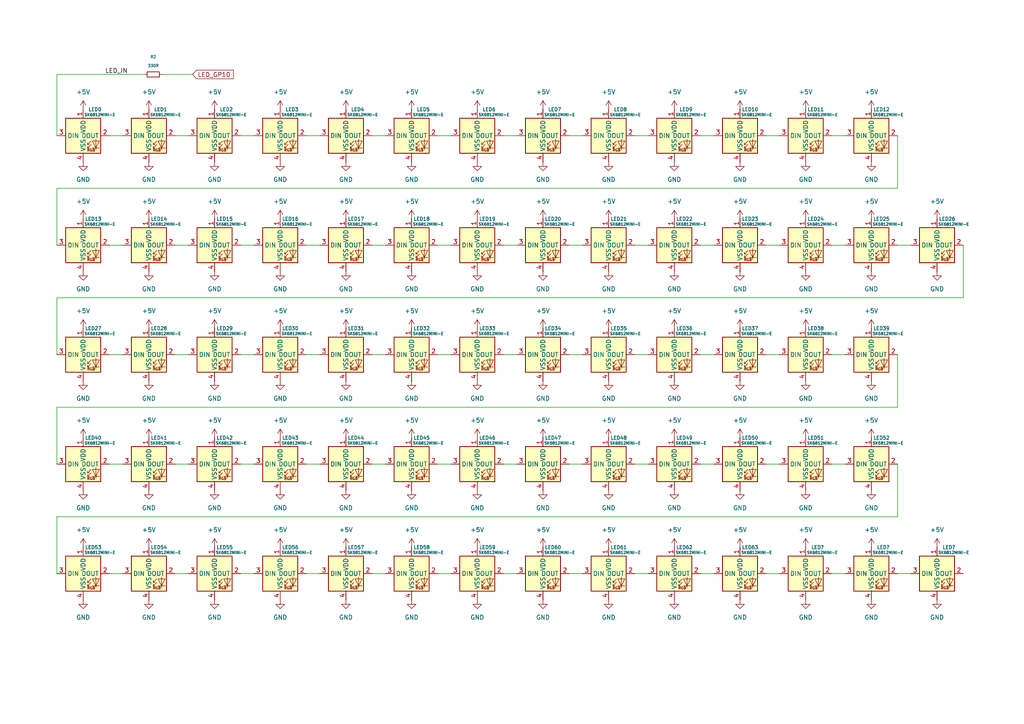
<source format=kicad_sch>
(kicad_sch (version 20250114) (generator "eeschema") (generator_version "9.0")
  (paper "A4")
  (wire (pts (xy 222.25 71.12) (xy 226.06 71.12)))
  (wire (pts (xy 127 102.87) (xy 130.81 102.87)))
  (wire (pts (xy 184.15 102.87) (xy 187.96 102.87)))
  (wire (pts (xy 203.2 71.12) (xy 207.01 71.12)))
  (wire (pts (xy 146.05 102.87) (xy 149.86 102.87)))
  (wire (pts (xy 31.75 71.12) (xy 35.56 71.12)))
  (wire (pts (xy 31.75 102.87) (xy 35.56 102.87)))
  (wire (pts (xy 50.8 39.37) (xy 54.61 39.37)))
  (wire (pts (xy 260.35 71.12) (xy 264.16 71.12)))
  (wire (pts (xy 279.4 86.36) (xy 16.51 86.36)))
  (wire (pts (xy 127 71.12) (xy 130.81 71.12)))
  (wire (pts (xy 107.95 166.37) (xy 111.76 166.37)))
  (wire (pts (xy 50.8 71.12) (xy 54.61 71.12)))
  (wire (pts (xy 31.75 134.62) (xy 35.56 134.62)))
  (wire (pts (xy 222.25 166.37) (xy 226.06 166.37)))
  (wire (pts (xy 146.05 134.62) (xy 149.86 134.62)))
  (wire (pts (xy 184.15 71.12) (xy 187.96 71.12)))
  (wire (pts (xy 16.51 118.11) (xy 16.51 134.62)))
  (wire (pts (xy 184.15 134.62) (xy 187.96 134.62)))
  (wire (pts (xy 222.25 39.37) (xy 226.06 39.37)))
  (wire (pts (xy 222.25 102.87) (xy 226.06 102.87)))
  (wire (pts (xy 184.15 39.37) (xy 187.96 39.37)))
  (wire (pts (xy 260.35 102.87) (xy 260.35 118.11)))
  (wire (pts (xy 203.2 166.37) (xy 207.01 166.37)))
  (wire (pts (xy 88.9 102.87) (xy 92.71 102.87)))
  (wire (pts (xy 165.1 39.37) (xy 168.91 39.37)))
  (wire (pts (xy 88.9 166.37) (xy 92.71 166.37)))
  (wire (pts (xy 184.15 166.37) (xy 187.96 166.37)))
  (wire (pts (xy 279.4 71.12) (xy 279.4 86.36)))
  (wire (pts (xy 16.51 149.86) (xy 260.35 149.86)))
  (wire (pts (xy 69.85 39.37) (xy 73.66 39.37)))
  (wire (pts (xy 16.51 21.59) (xy 41.91 21.59)))
  (wire (pts (xy 16.51 54.61) (xy 16.51 71.12)))
  (wire (pts (xy 50.8 166.37) (xy 54.61 166.37)))
  (wire (pts (xy 260.35 118.11) (xy 16.51 118.11)))
  (wire (pts (xy 260.35 39.37) (xy 260.35 54.61)))
  (wire (pts (xy 127 134.62) (xy 130.81 134.62)))
  (wire (pts (xy 146.05 71.12) (xy 149.86 71.12)))
  (wire (pts (xy 241.3 71.12) (xy 245.11 71.12)))
  (wire (pts (xy 146.05 39.37) (xy 149.86 39.37)))
  (wire (pts (xy 16.51 166.37) (xy 16.51 149.86)))
  (wire (pts (xy 107.95 71.12) (xy 111.76 71.12)))
  (wire (pts (xy 31.75 166.37) (xy 35.56 166.37)))
  (wire (pts (xy 260.35 149.86) (xy 260.35 134.62)))
  (wire (pts (xy 88.9 39.37) (xy 92.71 39.37)))
  (wire (pts (xy 127 166.37) (xy 130.81 166.37)))
  (wire (pts (xy 88.9 71.12) (xy 92.71 71.12)))
  (wire (pts (xy 50.8 134.62) (xy 54.61 134.62)))
  (wire (pts (xy 241.3 134.62) (xy 245.11 134.62)))
  (wire (pts (xy 69.85 102.87) (xy 73.66 102.87)))
  (wire (pts (xy 127 39.37) (xy 130.81 39.37)))
  (wire (pts (xy 88.9 134.62) (xy 92.71 134.62)))
  (wire (pts (xy 260.35 166.37) (xy 264.16 166.37)))
  (wire (pts (xy 107.95 39.37) (xy 111.76 39.37)))
  (wire (pts (xy 165.1 134.62) (xy 168.91 134.62)))
  (wire (pts (xy 146.05 166.37) (xy 149.86 166.37)))
  (wire (pts (xy 107.95 134.62) (xy 111.76 134.62)))
  (wire (pts (xy 222.25 134.62) (xy 226.06 134.62)))
  (wire (pts (xy 260.35 54.61) (xy 16.51 54.61)))
  (wire (pts (xy 69.85 166.37) (xy 73.66 166.37)))
  (wire (pts (xy 165.1 71.12) (xy 168.91 71.12)))
  (wire (pts (xy 203.2 39.37) (xy 207.01 39.37)))
  (wire (pts (xy 203.2 102.87) (xy 207.01 102.87)))
  (wire (pts (xy 165.1 166.37) (xy 168.91 166.37)))
  (wire (pts (xy 46.99 21.59) (xy 55.88 21.59)))
  (wire (pts (xy 16.51 86.36) (xy 16.51 102.87)))
  (wire (pts (xy 107.95 102.87) (xy 111.76 102.87)))
  (wire (pts (xy 69.85 134.62) (xy 73.66 134.62)))
  (wire (pts (xy 16.51 39.37) (xy 16.51 21.59)))
  (wire (pts (xy 69.85 71.12) (xy 73.66 71.12)))
  (wire (pts (xy 241.3 166.37) (xy 245.11 166.37)))
  (wire (pts (xy 241.3 102.87) (xy 245.11 102.87)))
  (wire (pts (xy 50.8 102.87) (xy 54.61 102.87)))
  (wire (pts (xy 165.1 102.87) (xy 168.91 102.87)))
  (wire (pts (xy 31.75 39.37) (xy 35.56 39.37)))
  (wire (pts (xy 241.3 39.37) (xy 245.11 39.37)))
  (wire (pts (xy 203.2 134.62) (xy 207.01 134.62)))
  (label "LED_IN" (at 30.48 21.59 0))
  (global_label "LED_GP10" (shape input) (at 55.88 21.59 0) (property "Intersheetrefs" "${INTERSHEET_REFS}" (effects (hide yes))))
  (symbol (lib_id "PCM_marbastlib-various:SK6812MINI-E") (at 62.23 134.62 0) (unit 1)
    (property "Reference" "LED42" (at 67.564 127 0) (effects (font (size 1 1)) (justify right)))
    (property "Value" "SK6812MINI-E" (at 67.056 128.524 0) (effects (font (size 0.8 0.8))))
    (property "Footprint" "PCM_marbastlib-various:LED_6028R" (effects (hide yes)))
    (property "Description" "Reverse mount adressable LED (WS2812 protocol)" (effects (hide yes)))
    (property "LCSC" "C5149201 " (effects (hide yes)))
  )
  (symbol (lib_id "PCM_marbastlib-various:SK6812MINI-E") (at 43.18 39.37 0) (unit 1)
    (property "Reference" "LED1" (at 48.514 31.75 0) (effects (font (size 1 1)) (justify right)))
    (property "Value" "SK6812MINI-E" (at 48.006 33.274 0) (effects (font (size 0.8 0.8))))
    (property "Footprint" "PCM_marbastlib-various:LED_6028R" (effects (hide yes)))
    (property "Description" "Reverse mount adressable LED (WS2812 protocol)" (effects (hide yes)))
    (property "LCSC" "C5149201 " (effects (hide yes)))
  )
  (symbol (lib_id "power:GND") (at 81.28 110.49 0) (unit 1)
    (property "Reference" "#PWR0118" (effects (hide yes)))
    (property "Value" "GND" (at 81.28 115.57 0))
    (property "Description" "Power symbol creates a global label with name \"GND\" , ground" (effects (hide yes)))
  )
  (symbol (lib_id "PCM_marbastlib-various:SK6812MINI-E") (at 100.33 102.87 0) (unit 1)
    (property "Reference" "LED31" (at 105.664 95.25 0) (effects (font (size 1 1)) (justify right)))
    (property "Value" "SK6812MINI-E" (at 105.156 96.774 0) (effects (font (size 0.8 0.8))))
    (property "Footprint" "PCM_marbastlib-various:LED_6028R" (effects (hide yes)))
    (property "Description" "Reverse mount adressable LED (WS2812 protocol)" (effects (hide yes)))
    (property "LCSC" "C5149201 " (effects (hide yes)))
  )
  (symbol (lib_id "power:+5V") (at 176.53 127 0) (unit 1)
    (property "Reference" "#PWR0136" (effects (hide yes)))
    (property "Value" "+5V" (at 176.53 121.92 0))
    (property "Description" "Power symbol creates a global label with name \"+5V\"" (effects (hide yes)))
  )
  (symbol (lib_id "power:+5V") (at 43.18 31.75 0) (unit 1)
    (property "Reference" "#PWR049" (effects (hide yes)))
    (property "Value" "+5V" (at 43.18 26.67 0))
    (property "Description" "Power symbol creates a global label with name \"+5V\"" (effects (hide yes)))
  )
  (symbol (lib_id "power:GND") (at 176.53 46.99 0) (unit 1)
    (property "Reference" "#PWR069" (effects (hide yes)))
    (property "Value" "GND" (at 176.53 52.07 0))
    (property "Description" "Power symbol creates a global label with name \"GND\" , ground" (effects (hide yes)))
  )
  (symbol (lib_id "power:+5V") (at 233.68 95.25 0) (unit 1)
    (property "Reference" "#PWR0113" (effects (hide yes)))
    (property "Value" "+5V" (at 233.68 90.17 0))
    (property "Description" "Power symbol creates a global label with name \"+5V\"" (effects (hide yes)))
  )
  (symbol (lib_id "PCM_marbastlib-various:SK6812MINI-E") (at 138.43 39.37 0) (unit 1)
    (property "Reference" "LED6" (at 143.764 31.75 0) (effects (font (size 1 1)) (justify right)))
    (property "Value" "SK6812MINI-E" (at 143.256 33.274 0) (effects (font (size 0.8 0.8))))
    (property "Footprint" "PCM_marbastlib-various:LED_6028R" (effects (hide yes)))
    (property "Description" "Reverse mount adressable LED (WS2812 protocol)" (effects (hide yes)))
    (property "LCSC" "C5149201 " (effects (hide yes)))
  )
  (symbol (lib_id "power:GND") (at 271.78 173.99 0) (unit 1)
    (property "Reference" "#PWR0180" (effects (hide yes)))
    (property "Value" "GND" (at 271.78 179.07 0))
    (property "Description" "Power symbol creates a global label with name \"GND\" , ground" (effects (hide yes)))
  )
  (symbol (lib_id "power:+5V") (at 43.18 127 0) (unit 1)
    (property "Reference" "#PWR0129" (effects (hide yes)))
    (property "Value" "+5V" (at 43.18 121.92 0))
    (property "Description" "Power symbol creates a global label with name \"+5V\"" (effects (hide yes)))
  )
  (symbol (lib_id "power:GND") (at 233.68 110.49 0) (unit 1)
    (property "Reference" "#PWR0126" (effects (hide yes)))
    (property "Value" "GND" (at 233.68 115.57 0))
    (property "Description" "Power symbol creates a global label with name \"GND\" , ground" (effects (hide yes)))
  )
  (symbol (lib_id "power:+5V") (at 176.53 31.75 0) (unit 1)
    (property "Reference" "#PWR056" (effects (hide yes)))
    (property "Value" "+5V" (at 176.53 26.67 0))
    (property "Description" "Power symbol creates a global label with name \"+5V\"" (effects (hide yes)))
  )
  (symbol (lib_id "power:+5V") (at 24.13 95.25 0) (unit 1)
    (property "Reference" "#PWR0102" (effects (hide yes)))
    (property "Value" "+5V" (at 24.13 90.17 0))
    (property "Description" "Power symbol creates a global label with name \"+5V\"" (effects (hide yes)))
  )
  (symbol (lib_id "power:+5V") (at 81.28 127 0) (unit 1)
    (property "Reference" "#PWR0131" (effects (hide yes)))
    (property "Value" "+5V" (at 81.28 121.92 0))
    (property "Description" "Power symbol creates a global label with name \"+5V\"" (effects (hide yes)))
  )
  (symbol (lib_id "power:+5V") (at 195.58 63.5 0) (unit 1)
    (property "Reference" "#PWR083" (effects (hide yes)))
    (property "Value" "+5V" (at 195.58 58.42 0))
    (property "Description" "Power symbol creates a global label with name \"+5V\"" (effects (hide yes)))
  )
  (symbol (lib_id "power:GND") (at 62.23 110.49 0) (unit 1)
    (property "Reference" "#PWR0117" (effects (hide yes)))
    (property "Value" "GND" (at 62.23 115.57 0))
    (property "Description" "Power symbol creates a global label with name \"GND\" , ground" (effects (hide yes)))
  )
  (symbol (lib_id "power:+5V") (at 100.33 158.75 0) (unit 1)
    (property "Reference" "#PWR0158" (effects (hide yes)))
    (property "Value" "+5V" (at 100.33 153.67 0))
    (property "Description" "Power symbol creates a global label with name \"+5V\"" (effects (hide yes)))
  )
  (symbol (lib_id "power:GND") (at 157.48 78.74 0) (unit 1)
    (property "Reference" "#PWR095" (effects (hide yes)))
    (property "Value" "GND" (at 157.48 83.82 0))
    (property "Description" "Power symbol creates a global label with name \"GND\" , ground" (effects (hide yes)))
  )
  (symbol (lib_id "PCM_marbastlib-various:SK6812MINI-E") (at 81.28 166.37 0) (unit 1)
    (property "Reference" "LED56" (at 86.614 158.75 0) (effects (font (size 1 1)) (justify right)))
    (property "Value" "SK6812MINI-E" (at 86.106 160.274 0) (effects (font (size 0.8 0.8))))
    (property "Footprint" "PCM_marbastlib-various:LED_6028R" (effects (hide yes)))
    (property "Description" "Reverse mount adressable LED (WS2812 protocol)" (effects (hide yes)))
    (property "LCSC" "C5149201 " (effects (hide yes)))
  )
  (symbol (lib_id "PCM_marbastlib-various:SK6812MINI-E") (at 157.48 71.12 0) (unit 1)
    (property "Reference" "LED20" (at 162.814 63.5 0) (effects (font (size 1 1)) (justify right)))
    (property "Value" "SK6812MINI-E" (at 162.306 65.024 0) (effects (font (size 0.8 0.8))))
    (property "Footprint" "PCM_marbastlib-various:LED_6028R" (effects (hide yes)))
    (property "Description" "Reverse mount adressable LED (WS2812 protocol)" (effects (hide yes)))
    (property "LCSC" "C5149201 " (effects (hide yes)))
  )
  (symbol (lib_id "PCM_marbastlib-various:SK6812MINI-E") (at 100.33 71.12 0) (unit 1)
    (property "Reference" "LED17" (at 105.664 63.5 0) (effects (font (size 1 1)) (justify right)))
    (property "Value" "SK6812MINI-E" (at 105.156 65.024 0) (effects (font (size 0.8 0.8))))
    (property "Footprint" "PCM_marbastlib-various:LED_6028R" (effects (hide yes)))
    (property "Description" "Reverse mount adressable LED (WS2812 protocol)" (effects (hide yes)))
    (property "LCSC" "C5149201 " (effects (hide yes)))
  )
  (symbol (lib_id "PCM_marbastlib-various:SK6812MINI-E") (at 119.38 102.87 0) (unit 1)
    (property "Reference" "LED32" (at 124.714 95.25 0) (effects (font (size 1 1)) (justify right)))
    (property "Value" "SK6812MINI-E" (at 124.206 96.774 0) (effects (font (size 0.8 0.8))))
    (property "Footprint" "PCM_marbastlib-various:LED_6028R" (effects (hide yes)))
    (property "Description" "Reverse mount adressable LED (WS2812 protocol)" (effects (hide yes)))
    (property "LCSC" "C5149201 " (effects (hide yes)))
  )
  (symbol (lib_id "power:GND") (at 119.38 110.49 0) (unit 1)
    (property "Reference" "#PWR0120" (effects (hide yes)))
    (property "Value" "GND" (at 119.38 115.57 0))
    (property "Description" "Power symbol creates a global label with name \"GND\" , ground" (effects (hide yes)))
  )
  (symbol (lib_id "PCM_marbastlib-various:SK6812MINI-E") (at 157.48 166.37 0) (unit 1)
    (property "Reference" "LED60" (at 162.814 158.75 0) (effects (font (size 1 1)) (justify right)))
    (property "Value" "SK6812MINI-E" (at 162.306 160.274 0) (effects (font (size 0.8 0.8))))
    (property "Footprint" "PCM_marbastlib-various:LED_6028R" (effects (hide yes)))
    (property "Description" "Reverse mount adressable LED (WS2812 protocol)" (effects (hide yes)))
    (property "LCSC" "C5149201 " (effects (hide yes)))
  )
  (symbol (lib_id "power:+5V") (at 176.53 95.25 0) (unit 1)
    (property "Reference" "#PWR0110" (effects (hide yes)))
    (property "Value" "+5V" (at 176.53 90.17 0))
    (property "Description" "Power symbol creates a global label with name \"+5V\"" (effects (hide yes)))
  )
  (symbol (lib_id "power:GND") (at 119.38 173.99 0) (unit 1)
    (property "Reference" "#PWR0170" (effects (hide yes)))
    (property "Value" "GND" (at 119.38 179.07 0))
    (property "Description" "Power symbol creates a global label with name \"GND\" , ground" (effects (hide yes)))
  )
  (symbol (lib_id "power:GND") (at 62.23 173.99 0) (unit 1)
    (property "Reference" "#PWR0167" (effects (hide yes)))
    (property "Value" "GND" (at 62.23 179.07 0))
    (property "Description" "Power symbol creates a global label with name \"GND\" , ground" (effects (hide yes)))
  )
  (symbol (lib_id "power:+5V") (at 195.58 127 0) (unit 1)
    (property "Reference" "#PWR0137" (effects (hide yes)))
    (property "Value" "+5V" (at 195.58 121.92 0))
    (property "Description" "Power symbol creates a global label with name \"+5V\"" (effects (hide yes)))
  )
  (symbol (lib_id "power:+5V") (at 176.53 158.75 0) (unit 1)
    (property "Reference" "#PWR0162" (effects (hide yes)))
    (property "Value" "+5V" (at 176.53 153.67 0))
    (property "Description" "Power symbol creates a global label with name \"+5V\"" (effects (hide yes)))
  )
  (symbol (lib_id "PCM_marbastlib-various:SK6812MINI-E") (at 271.78 71.12 0) (unit 1)
    (property "Reference" "LED26" (at 277.114 63.5 0) (effects (font (size 1 1)) (justify right)))
    (property "Value" "SK6812MINI-E" (at 276.606 65.024 0) (effects (font (size 0.8 0.8))))
    (property "Footprint" "PCM_marbastlib-various:LED_6028R" (effects (hide yes)))
    (property "Description" "Reverse mount adressable LED (WS2812 protocol)" (effects (hide yes)))
    (property "LCSC" "C5149201 " (effects (hide yes)))
  )
  (symbol (lib_id "PCM_marbastlib-various:SK6812MINI-E") (at 214.63 39.37 0) (unit 1)
    (property "Reference" "LED10" (at 219.964 31.75 0) (effects (font (size 1 1)) (justify right)))
    (property "Value" "SK6812MINI-E" (at 219.456 33.274 0) (effects (font (size 0.8 0.8))))
    (property "Footprint" "PCM_marbastlib-various:LED_6028R" (effects (hide yes)))
    (property "Description" "Reverse mount adressable LED (WS2812 protocol)" (effects (hide yes)))
    (property "LCSC" "C5149201 " (effects (hide yes)))
  )
  (symbol (lib_id "power:+5V") (at 214.63 31.75 0) (unit 1)
    (property "Reference" "#PWR058" (effects (hide yes)))
    (property "Value" "+5V" (at 214.63 26.67 0))
    (property "Description" "Power symbol creates a global label with name \"+5V\"" (effects (hide yes)))
  )
  (symbol (lib_id "PCM_marbastlib-various:SK6812MINI-E") (at 24.13 71.12 0) (unit 1)
    (property "Reference" "LED13" (at 29.464 63.5 0) (effects (font (size 1 1)) (justify right)))
    (property "Value" "SK6812MINI-E" (at 28.956 65.024 0) (effects (font (size 0.8 0.8))))
    (property "Footprint" "PCM_marbastlib-various:LED_6028R" (effects (hide yes)))
    (property "Description" "Reverse mount adressable LED (WS2812 protocol)" (effects (hide yes)))
    (property "LCSC" "C5149201 " (effects (hide yes)))
  )
  (symbol (lib_id "power:+5V") (at 214.63 63.5 0) (unit 1)
    (property "Reference" "#PWR084" (effects (hide yes)))
    (property "Value" "+5V" (at 214.63 58.42 0))
    (property "Description" "Power symbol creates a global label with name \"+5V\"" (effects (hide yes)))
  )
  (symbol (lib_id "power:+5V") (at 62.23 63.5 0) (unit 1)
    (property "Reference" "#PWR076" (effects (hide yes)))
    (property "Value" "+5V" (at 62.23 58.42 0))
    (property "Description" "Power symbol creates a global label with name \"+5V\"" (effects (hide yes)))
  )
  (symbol (lib_id "PCM_marbastlib-various:SK6812MINI-E") (at 195.58 134.62 0) (unit 1)
    (property "Reference" "LED49" (at 200.914 127 0) (effects (font (size 1 1)) (justify right)))
    (property "Value" "SK6812MINI-E" (at 200.406 128.524 0) (effects (font (size 0.8 0.8))))
    (property "Footprint" "PCM_marbastlib-various:LED_6028R" (effects (hide yes)))
    (property "Description" "Reverse mount adressable LED (WS2812 protocol)" (effects (hide yes)))
    (property "LCSC" "C5149201 " (effects (hide yes)))
  )
  (symbol (lib_id "power:+5V") (at 138.43 63.5 0) (unit 1)
    (property "Reference" "#PWR080" (effects (hide yes)))
    (property "Value" "+5V" (at 138.43 58.42 0))
    (property "Description" "Power symbol creates a global label with name \"+5V\"" (effects (hide yes)))
  )
  (symbol (lib_id "PCM_marbastlib-various:SK6812MINI-E") (at 81.28 102.87 0) (unit 1)
    (property "Reference" "LED30" (at 86.614 95.25 0) (effects (font (size 1 1)) (justify right)))
    (property "Value" "SK6812MINI-E" (at 86.106 96.774 0) (effects (font (size 0.8 0.8))))
    (property "Footprint" "PCM_marbastlib-various:LED_6028R" (effects (hide yes)))
    (property "Description" "Reverse mount adressable LED (WS2812 protocol)" (effects (hide yes)))
    (property "LCSC" "C5149201 " (effects (hide yes)))
  )
  (symbol (lib_id "power:GND") (at 81.28 142.24 0) (unit 1)
    (property "Reference" "#PWR0144" (effects (hide yes)))
    (property "Value" "GND" (at 81.28 147.32 0))
    (property "Description" "Power symbol creates a global label with name \"GND\" , ground" (effects (hide yes)))
  )
  (symbol (lib_id "power:GND") (at 195.58 173.99 0) (unit 1)
    (property "Reference" "#PWR0174" (effects (hide yes)))
    (property "Value" "GND" (at 195.58 179.07 0))
    (property "Description" "Power symbol creates a global label with name \"GND\" , ground" (effects (hide yes)))
  )
  (symbol (lib_id "power:GND") (at 157.48 173.99 0) (unit 1)
    (property "Reference" "#PWR0172" (effects (hide yes)))
    (property "Value" "GND" (at 157.48 179.07 0))
    (property "Description" "Power symbol creates a global label with name \"GND\" , ground" (effects (hide yes)))
  )
  (symbol (lib_id "power:+5V") (at 24.13 158.75 0) (unit 1)
    (property "Reference" "#PWR0154" (effects (hide yes)))
    (property "Value" "+5V" (at 24.13 153.67 0))
    (property "Description" "Power symbol creates a global label with name \"+5V\"" (effects (hide yes)))
  )
  (symbol (lib_id "power:+5V") (at 252.73 63.5 0) (unit 1)
    (property "Reference" "#PWR086" (effects (hide yes)))
    (property "Value" "+5V" (at 252.73 58.42 0))
    (property "Description" "Power symbol creates a global label with name \"+5V\"" (effects (hide yes)))
  )
  (symbol (lib_id "PCM_marbastlib-various:SK6812MINI-E") (at 81.28 71.12 0) (unit 1)
    (property "Reference" "LED16" (at 86.614 63.5 0) (effects (font (size 1 1)) (justify right)))
    (property "Value" "SK6812MINI-E" (at 86.106 65.024 0) (effects (font (size 0.8 0.8))))
    (property "Footprint" "PCM_marbastlib-various:LED_6028R" (effects (hide yes)))
    (property "Description" "Reverse mount adressable LED (WS2812 protocol)" (effects (hide yes)))
    (property "LCSC" "C5149201 " (effects (hide yes)))
  )
  (symbol (lib_id "power:GND") (at 81.28 173.99 0) (unit 1)
    (property "Reference" "#PWR0168" (effects (hide yes)))
    (property "Value" "GND" (at 81.28 179.07 0))
    (property "Description" "Power symbol creates a global label with name \"GND\" , ground" (effects (hide yes)))
  )
  (symbol (lib_id "PCM_marbastlib-various:SK6812MINI-E") (at 176.53 134.62 0) (unit 1)
    (property "Reference" "LED48" (at 181.864 127 0) (effects (font (size 1 1)) (justify right)))
    (property "Value" "SK6812MINI-E" (at 181.356 128.524 0) (effects (font (size 0.8 0.8))))
    (property "Footprint" "PCM_marbastlib-various:LED_6028R" (effects (hide yes)))
    (property "Description" "Reverse mount adressable LED (WS2812 protocol)" (effects (hide yes)))
    (property "LCSC" "C5149201 " (effects (hide yes)))
  )
  (symbol (lib_id "power:+5V") (at 214.63 127 0) (unit 1)
    (property "Reference" "#PWR0138" (effects (hide yes)))
    (property "Value" "+5V" (at 214.63 121.92 0))
    (property "Description" "Power symbol creates a global label with name \"+5V\"" (effects (hide yes)))
  )
  (symbol (lib_id "power:GND") (at 214.63 46.99 0) (unit 1)
    (property "Reference" "#PWR071" (effects (hide yes)))
    (property "Value" "GND" (at 214.63 52.07 0))
    (property "Description" "Power symbol creates a global label with name \"GND\" , ground" (effects (hide yes)))
  )
  (symbol (lib_id "PCM_marbastlib-various:SK6812MINI-E") (at 195.58 102.87 0) (unit 1)
    (property "Reference" "LED36" (at 200.914 95.25 0) (effects (font (size 1 1)) (justify right)))
    (property "Value" "SK6812MINI-E" (at 200.406 96.774 0) (effects (font (size 0.8 0.8))))
    (property "Footprint" "PCM_marbastlib-various:LED_6028R" (effects (hide yes)))
    (property "Description" "Reverse mount adressable LED (WS2812 protocol)" (effects (hide yes)))
    (property "LCSC" "C5149201 " (effects (hide yes)))
  )
  (symbol (lib_id "power:GND") (at 100.33 46.99 0) (unit 1)
    (property "Reference" "#PWR065" (effects (hide yes)))
    (property "Value" "GND" (at 100.33 52.07 0))
    (property "Description" "Power symbol creates a global label with name \"GND\" , ground" (effects (hide yes)))
  )
  (symbol (lib_id "PCM_marbastlib-various:SK6812MINI-E") (at 176.53 39.37 0) (unit 1)
    (property "Reference" "LED8" (at 181.864 31.75 0) (effects (font (size 1 1)) (justify right)))
    (property "Value" "SK6812MINI-E" (at 181.356 33.274 0) (effects (font (size 0.8 0.8))))
    (property "Footprint" "PCM_marbastlib-various:LED_6028R" (effects (hide yes)))
    (property "Description" "Reverse mount adressable LED (WS2812 protocol)" (effects (hide yes)))
    (property "LCSC" "C5149201 " (effects (hide yes)))
  )
  (symbol (lib_id "power:GND") (at 24.13 110.49 0) (unit 1)
    (property "Reference" "#PWR0115" (effects (hide yes)))
    (property "Value" "GND" (at 24.13 115.57 0))
    (property "Description" "Power symbol creates a global label with name \"GND\" , ground" (effects (hide yes)))
  )
  (symbol (lib_id "power:GND") (at 195.58 46.99 0) (unit 1)
    (property "Reference" "#PWR070" (effects (hide yes)))
    (property "Value" "GND" (at 195.58 52.07 0))
    (property "Description" "Power symbol creates a global label with name \"GND\" , ground" (effects (hide yes)))
  )
  (symbol (lib_id "power:+5V") (at 81.28 63.5 0) (unit 1)
    (property "Reference" "#PWR077" (effects (hide yes)))
    (property "Value" "+5V" (at 81.28 58.42 0))
    (property "Description" "Power symbol creates a global label with name \"+5V\"" (effects (hide yes)))
  )
  (symbol (lib_id "power:GND") (at 214.63 142.24 0) (unit 1)
    (property "Reference" "#PWR0151" (effects (hide yes)))
    (property "Value" "GND" (at 214.63 147.32 0))
    (property "Description" "Power symbol creates a global label with name \"GND\" , ground" (effects (hide yes)))
  )
  (symbol (lib_id "power:GND") (at 214.63 78.74 0) (unit 1)
    (property "Reference" "#PWR098" (effects (hide yes)))
    (property "Value" "GND" (at 214.63 83.82 0))
    (property "Description" "Power symbol creates a global label with name \"GND\" , ground" (effects (hide yes)))
  )
  (symbol (lib_id "PCM_marbastlib-various:SK6812MINI-E") (at 252.73 134.62 0) (unit 1)
    (property "Reference" "LED52" (at 258.064 127 0) (effects (font (size 1 1)) (justify right)))
    (property "Value" "SK6812MINI-E" (at 257.556 128.524 0) (effects (font (size 0.8 0.8))))
    (property "Footprint" "PCM_marbastlib-various:LED_6028R" (effects (hide yes)))
    (property "Description" "Reverse mount adressable LED (WS2812 protocol)" (effects (hide yes)))
    (property "LCSC" "C5149201 " (effects (hide yes)))
  )
  (symbol (lib_id "power:GND") (at 62.23 142.24 0) (unit 1)
    (property "Reference" "#PWR0143" (effects (hide yes)))
    (property "Value" "GND" (at 62.23 147.32 0))
    (property "Description" "Power symbol creates a global label with name \"GND\" , ground" (effects (hide yes)))
  )
  (symbol (lib_id "power:+5V") (at 62.23 95.25 0) (unit 1)
    (property "Reference" "#PWR0104" (effects (hide yes)))
    (property "Value" "+5V" (at 62.23 90.17 0))
    (property "Description" "Power symbol creates a global label with name \"+5V\"" (effects (hide yes)))
  )
  (symbol (lib_id "PCM_marbastlib-various:SK6812MINI-E") (at 214.63 134.62 0) (unit 1)
    (property "Reference" "LED50" (at 219.964 127 0) (effects (font (size 1 1)) (justify right)))
    (property "Value" "SK6812MINI-E" (at 219.456 128.524 0) (effects (font (size 0.8 0.8))))
    (property "Footprint" "PCM_marbastlib-various:LED_6028R" (effects (hide yes)))
    (property "Description" "Reverse mount adressable LED (WS2812 protocol)" (effects (hide yes)))
    (property "LCSC" "C5149201 " (effects (hide yes)))
  )
  (symbol (lib_id "power:GND") (at 81.28 46.99 0) (unit 1)
    (property "Reference" "#PWR064" (effects (hide yes)))
    (property "Value" "GND" (at 81.28 52.07 0))
    (property "Description" "Power symbol creates a global label with name \"GND\" , ground" (effects (hide yes)))
  )
  (symbol (lib_id "power:GND") (at 138.43 110.49 0) (unit 1)
    (property "Reference" "#PWR0121" (effects (hide yes)))
    (property "Value" "GND" (at 138.43 115.57 0))
    (property "Description" "Power symbol creates a global label with name \"GND\" , ground" (effects (hide yes)))
  )
  (symbol (lib_id "PCM_marbastlib-various:SK6812MINI-E") (at 252.73 166.37 0) (unit 1)
    (property "Reference" "LED?" (at 258.064 158.75 0) (effects (font (size 1 1)) (justify right)))
    (property "Value" "SK6812MINI-E" (at 257.556 160.274 0) (effects (font (size 0.8 0.8))))
    (property "Footprint" "PCM_marbastlib-various:LED_6028R" (effects (hide yes)))
    (property "Description" "Reverse mount adressable LED (WS2812 protocol)" (effects (hide yes)))
    (property "LCSC" "C5149201 " (effects (hide yes)))
  )
  (symbol (lib_id "power:GND") (at 24.13 78.74 0) (unit 1)
    (property "Reference" "#PWR088" (effects (hide yes)))
    (property "Value" "GND" (at 24.13 83.82 0))
    (property "Description" "Power symbol creates a global label with name \"GND\" , ground" (effects (hide yes)))
  )
  (symbol (lib_id "power:GND") (at 138.43 78.74 0) (unit 1)
    (property "Reference" "#PWR094" (effects (hide yes)))
    (property "Value" "GND" (at 138.43 83.82 0))
    (property "Description" "Power symbol creates a global label with name \"GND\" , ground" (effects (hide yes)))
  )
  (symbol (lib_id "power:GND") (at 138.43 142.24 0) (unit 1)
    (property "Reference" "#PWR0147" (effects (hide yes)))
    (property "Value" "GND" (at 138.43 147.32 0))
    (property "Description" "Power symbol creates a global label with name \"GND\" , ground" (effects (hide yes)))
  )
  (symbol (lib_id "PCM_marbastlib-various:SK6812MINI-E") (at 24.13 166.37 0) (unit 1)
    (property "Reference" "LED53" (at 29.464 158.75 0) (effects (font (size 1 1)) (justify right)))
    (property "Value" "SK6812MINI-E" (at 28.956 160.274 0) (effects (font (size 0.8 0.8))))
    (property "Footprint" "PCM_marbastlib-various:LED_6028R" (effects (hide yes)))
    (property "Description" "Reverse mount adressable LED (WS2812 protocol)" (effects (hide yes)))
    (property "LCSC" "C5149201 " (effects (hide yes)))
  )
  (symbol (lib_id "power:+5V") (at 100.33 63.5 0) (unit 1)
    (property "Reference" "#PWR078" (effects (hide yes)))
    (property "Value" "+5V" (at 100.33 58.42 0))
    (property "Description" "Power symbol creates a global label with name \"+5V\"" (effects (hide yes)))
  )
  (symbol (lib_id "PCM_marbastlib-various:SK6812MINI-E") (at 138.43 166.37 0) (unit 1)
    (property "Reference" "LED59" (at 143.764 158.75 0) (effects (font (size 1 1)) (justify right)))
    (property "Value" "SK6812MINI-E" (at 143.256 160.274 0) (effects (font (size 0.8 0.8))))
    (property "Footprint" "PCM_marbastlib-various:LED_6028R" (effects (hide yes)))
    (property "Description" "Reverse mount adressable LED (WS2812 protocol)" (effects (hide yes)))
    (property "LCSC" "C5149201 " (effects (hide yes)))
  )
  (symbol (lib_id "power:+5V") (at 100.33 127 0) (unit 1)
    (property "Reference" "#PWR0132" (effects (hide yes)))
    (property "Value" "+5V" (at 100.33 121.92 0))
    (property "Description" "Power symbol creates a global label with name \"+5V\"" (effects (hide yes)))
  )
  (symbol (lib_id "power:GND") (at 176.53 78.74 0) (unit 1)
    (property "Reference" "#PWR096" (effects (hide yes)))
    (property "Value" "GND" (at 176.53 83.82 0))
    (property "Description" "Power symbol creates a global label with name \"GND\" , ground" (effects (hide yes)))
  )
  (symbol (lib_id "power:GND") (at 176.53 142.24 0) (unit 1)
    (property "Reference" "#PWR0149" (effects (hide yes)))
    (property "Value" "GND" (at 176.53 147.32 0))
    (property "Description" "Power symbol creates a global label with name \"GND\" , ground" (effects (hide yes)))
  )
  (symbol (lib_id "power:GND") (at 43.18 46.99 0) (unit 1)
    (property "Reference" "#PWR062" (effects (hide yes)))
    (property "Value" "GND" (at 43.18 52.07 0))
    (property "Description" "Power symbol creates a global label with name \"GND\" , ground" (effects (hide yes)))
  )
  (symbol (lib_id "power:+5V") (at 157.48 127 0) (unit 1)
    (property "Reference" "#PWR0135" (effects (hide yes)))
    (property "Value" "+5V" (at 157.48 121.92 0))
    (property "Description" "Power symbol creates a global label with name \"+5V\"" (effects (hide yes)))
  )
  (symbol (lib_id "PCM_marbastlib-various:SK6812MINI-E") (at 214.63 102.87 0) (unit 1)
    (property "Reference" "LED37" (at 219.964 95.25 0) (effects (font (size 1 1)) (justify right)))
    (property "Value" "SK6812MINI-E" (at 219.456 96.774 0) (effects (font (size 0.8 0.8))))
    (property "Footprint" "PCM_marbastlib-various:LED_6028R" (effects (hide yes)))
    (property "Description" "Reverse mount adressable LED (WS2812 protocol)" (effects (hide yes)))
    (property "LCSC" "C5149201 " (effects (hide yes)))
  )
  (symbol (lib_id "power:GND") (at 43.18 110.49 0) (unit 1)
    (property "Reference" "#PWR0116" (effects (hide yes)))
    (property "Value" "GND" (at 43.18 115.57 0))
    (property "Description" "Power symbol creates a global label with name \"GND\" , ground" (effects (hide yes)))
  )
  (symbol (lib_id "PCM_marbastlib-various:SK6812MINI-E") (at 157.48 39.37 0) (unit 1)
    (property "Reference" "LED7" (at 162.814 31.75 0) (effects (font (size 1 1)) (justify right)))
    (property "Value" "SK6812MINI-E" (at 162.306 33.274 0) (effects (font (size 0.8 0.8))))
    (property "Footprint" "PCM_marbastlib-various:LED_6028R" (effects (hide yes)))
    (property "Description" "Reverse mount adressable LED (WS2812 protocol)" (effects (hide yes)))
    (property "LCSC" "C5149201 " (effects (hide yes)))
  )
  (symbol (lib_id "power:GND") (at 214.63 173.99 0) (unit 1)
    (property "Reference" "#PWR0175" (effects (hide yes)))
    (property "Value" "GND" (at 214.63 179.07 0))
    (property "Description" "Power symbol creates a global label with name \"GND\" , ground" (effects (hide yes)))
  )
  (symbol (lib_id "PCM_marbastlib-various:SK6812MINI-E") (at 271.78 166.37 0) (unit 1)
    (property "Reference" "LED?" (at 277.114 158.75 0) (effects (font (size 1 1)) (justify right)))
    (property "Value" "SK6812MINI-E" (at 276.606 160.274 0) (effects (font (size 0.8 0.8))))
    (property "Footprint" "PCM_marbastlib-various:LED_6028R" (effects (hide yes)))
    (property "Description" "Reverse mount adressable LED (WS2812 protocol)" (effects (hide yes)))
    (property "LCSC" "C5149201 " (effects (hide yes)))
  )
  (symbol (lib_id "PCM_marbastlib-various:SK6812MINI-E") (at 233.68 71.12 0) (unit 1)
    (property "Reference" "LED24" (at 239.014 63.5 0) (effects (font (size 1 1)) (justify right)))
    (property "Value" "SK6812MINI-E" (at 238.506 65.024 0) (effects (font (size 0.8 0.8))))
    (property "Footprint" "PCM_marbastlib-various:LED_6028R" (effects (hide yes)))
    (property "Description" "Reverse mount adressable LED (WS2812 protocol)" (effects (hide yes)))
    (property "LCSC" "C5149201 " (effects (hide yes)))
  )
  (symbol (lib_id "PCM_marbastlib-various:SK6812MINI-E") (at 138.43 102.87 0) (unit 1)
    (property "Reference" "LED33" (at 143.764 95.25 0) (effects (font (size 1 1)) (justify right)))
    (property "Value" "SK6812MINI-E" (at 143.256 96.774 0) (effects (font (size 0.8 0.8))))
    (property "Footprint" "PCM_marbastlib-various:LED_6028R" (effects (hide yes)))
    (property "Description" "Reverse mount adressable LED (WS2812 protocol)" (effects (hide yes)))
    (property "LCSC" "C5149201 " (effects (hide yes)))
  )
  (symbol (lib_id "power:+5V") (at 119.38 95.25 0) (unit 1)
    (property "Reference" "#PWR0107" (effects (hide yes)))
    (property "Value" "+5V" (at 119.38 90.17 0))
    (property "Description" "Power symbol creates a global label with name \"+5V\"" (effects (hide yes)))
  )
  (symbol (lib_id "power:+5V") (at 233.68 158.75 0) (unit 1)
    (property "Reference" "#PWR028" (effects (hide yes)))
    (property "Value" "+5V" (at 233.68 153.67 0))
    (property "Description" "Power symbol creates a global label with name \"+5V\"" (effects (hide yes)))
  )
  (symbol (lib_id "power:+5V") (at 195.58 95.25 0) (unit 1)
    (property "Reference" "#PWR0111" (effects (hide yes)))
    (property "Value" "+5V" (at 195.58 90.17 0))
    (property "Description" "Power symbol creates a global label with name \"+5V\"" (effects (hide yes)))
  )
  (symbol (lib_id "power:GND") (at 100.33 78.74 0) (unit 1)
    (property "Reference" "#PWR092" (effects (hide yes)))
    (property "Value" "GND" (at 100.33 83.82 0))
    (property "Description" "Power symbol creates a global label with name \"GND\" , ground" (effects (hide yes)))
  )
  (symbol (lib_id "power:GND") (at 252.73 110.49 0) (unit 1)
    (property "Reference" "#PWR0127" (effects (hide yes)))
    (property "Value" "GND" (at 252.73 115.57 0))
    (property "Description" "Power symbol creates a global label with name \"GND\" , ground" (effects (hide yes)))
  )
  (symbol (lib_id "power:+5V") (at 100.33 31.75 0) (unit 1)
    (property "Reference" "#PWR052" (effects (hide yes)))
    (property "Value" "+5V" (at 100.33 26.67 0))
    (property "Description" "Power symbol creates a global label with name \"+5V\"" (effects (hide yes)))
  )
  (symbol (lib_id "power:+5V") (at 119.38 158.75 0) (unit 1)
    (property "Reference" "#PWR0159" (effects (hide yes)))
    (property "Value" "+5V" (at 119.38 153.67 0))
    (property "Description" "Power symbol creates a global label with name \"+5V\"" (effects (hide yes)))
  )
  (symbol (lib_id "power:GND") (at 138.43 46.99 0) (unit 1)
    (property "Reference" "#PWR067" (effects (hide yes)))
    (property "Value" "GND" (at 138.43 52.07 0))
    (property "Description" "Power symbol creates a global label with name \"GND\" , ground" (effects (hide yes)))
  )
  (symbol (lib_id "PCM_marbastlib-various:SK6812MINI-E") (at 100.33 134.62 0) (unit 1)
    (property "Reference" "LED44" (at 105.664 127 0) (effects (font (size 1 1)) (justify right)))
    (property "Value" "SK6812MINI-E" (at 105.156 128.524 0) (effects (font (size 0.8 0.8))))
    (property "Footprint" "PCM_marbastlib-various:LED_6028R" (effects (hide yes)))
    (property "Description" "Reverse mount adressable LED (WS2812 protocol)" (effects (hide yes)))
    (property "LCSC" "C5149201 " (effects (hide yes)))
  )
  (symbol (lib_id "power:+5V") (at 119.38 63.5 0) (unit 1)
    (property "Reference" "#PWR079" (effects (hide yes)))
    (property "Value" "+5V" (at 119.38 58.42 0))
    (property "Description" "Power symbol creates a global label with name \"+5V\"" (effects (hide yes)))
  )
  (symbol (lib_id "power:GND") (at 43.18 78.74 0) (unit 1)
    (property "Reference" "#PWR089" (effects (hide yes)))
    (property "Value" "GND" (at 43.18 83.82 0))
    (property "Description" "Power symbol creates a global label with name \"GND\" , ground" (effects (hide yes)))
  )
  (symbol (lib_id "power:+5V") (at 271.78 63.5 0) (unit 1)
    (property "Reference" "#PWR087" (effects (hide yes)))
    (property "Value" "+5V" (at 271.78 58.42 0))
    (property "Description" "Power symbol creates a global label with name \"+5V\"" (effects (hide yes)))
  )
  (symbol (lib_id "PCM_marbastlib-various:SK6812MINI-E") (at 195.58 71.12 0) (unit 1)
    (property "Reference" "LED22" (at 200.914 63.5 0) (effects (font (size 1 1)) (justify right)))
    (property "Value" "SK6812MINI-E" (at 200.406 65.024 0) (effects (font (size 0.8 0.8))))
    (property "Footprint" "PCM_marbastlib-various:LED_6028R" (effects (hide yes)))
    (property "Description" "Reverse mount adressable LED (WS2812 protocol)" (effects (hide yes)))
    (property "LCSC" "C5149201 " (effects (hide yes)))
  )
  (symbol (lib_id "power:+5V") (at 214.63 158.75 0) (unit 1)
    (property "Reference" "#PWR0164" (effects (hide yes)))
    (property "Value" "+5V" (at 214.63 153.67 0))
    (property "Description" "Power symbol creates a global label with name \"+5V\"" (effects (hide yes)))
  )
  (symbol (lib_id "power:GND") (at 157.48 142.24 0) (unit 1)
    (property "Reference" "#PWR0148" (effects (hide yes)))
    (property "Value" "GND" (at 157.48 147.32 0))
    (property "Description" "Power symbol creates a global label with name \"GND\" , ground" (effects (hide yes)))
  )
  (symbol (lib_id "PCM_marbastlib-various:SK6812MINI-E") (at 176.53 71.12 0) (unit 1)
    (property "Reference" "LED21" (at 181.864 63.5 0) (effects (font (size 1 1)) (justify right)))
    (property "Value" "SK6812MINI-E" (at 181.356 65.024 0) (effects (font (size 0.8 0.8))))
    (property "Footprint" "PCM_marbastlib-various:LED_6028R" (effects (hide yes)))
    (property "Description" "Reverse mount adressable LED (WS2812 protocol)" (effects (hide yes)))
    (property "LCSC" "C5149201 " (effects (hide yes)))
  )
  (symbol (lib_id "power:+5V") (at 157.48 63.5 0) (unit 1)
    (property "Reference" "#PWR081" (effects (hide yes)))
    (property "Value" "+5V" (at 157.48 58.42 0))
    (property "Description" "Power symbol creates a global label with name \"+5V\"" (effects (hide yes)))
  )
  (symbol (lib_id "power:+5V") (at 138.43 95.25 0) (unit 1)
    (property "Reference" "#PWR0108" (effects (hide yes)))
    (property "Value" "+5V" (at 138.43 90.17 0))
    (property "Description" "Power symbol creates a global label with name \"+5V\"" (effects (hide yes)))
  )
  (symbol (lib_id "PCM_marbastlib-various:SK6812MINI-E") (at 100.33 39.37 0) (unit 1)
    (property "Reference" "LED4" (at 105.664 31.75 0) (effects (font (size 1 1)) (justify right)))
    (property "Value" "SK6812MINI-E" (at 105.156 33.274 0) (effects (font (size 0.8 0.8))))
    (property "Footprint" "PCM_marbastlib-various:LED_6028R" (effects (hide yes)))
    (property "Description" "Reverse mount adressable LED (WS2812 protocol)" (effects (hide yes)))
    (property "LCSC" "C5149201 " (effects (hide yes)))
  )
  (symbol (lib_id "PCM_marbastlib-various:SK6812MINI-E") (at 252.73 39.37 0) (unit 1)
    (property "Reference" "LED12" (at 258.064 31.75 0) (effects (font (size 1 1)) (justify right)))
    (property "Value" "SK6812MINI-E" (at 257.556 33.274 0) (effects (font (size 0.8 0.8))))
    (property "Footprint" "PCM_marbastlib-various:LED_6028R" (effects (hide yes)))
    (property "Description" "Reverse mount adressable LED (WS2812 protocol)" (effects (hide yes)))
    (property "LCSC" "C5149201 " (effects (hide yes)))
  )
  (symbol (lib_id "power:+5V") (at 62.23 127 0) (unit 1)
    (property "Reference" "#PWR0130" (effects (hide yes)))
    (property "Value" "+5V" (at 62.23 121.92 0))
    (property "Description" "Power symbol creates a global label with name \"+5V\"" (effects (hide yes)))
  )
  (symbol (lib_id "power:GND") (at 62.23 78.74 0) (unit 1)
    (property "Reference" "#PWR090" (effects (hide yes)))
    (property "Value" "GND" (at 62.23 83.82 0))
    (property "Description" "Power symbol creates a global label with name \"GND\" , ground" (effects (hide yes)))
  )
  (symbol (lib_id "power:GND") (at 157.48 110.49 0) (unit 1)
    (property "Reference" "#PWR0122" (effects (hide yes)))
    (property "Value" "GND" (at 157.48 115.57 0))
    (property "Description" "Power symbol creates a global label with name \"GND\" , ground" (effects (hide yes)))
  )
  (symbol (lib_id "power:+5V") (at 157.48 31.75 0) (unit 1)
    (property "Reference" "#PWR055" (effects (hide yes)))
    (property "Value" "+5V" (at 157.48 26.67 0))
    (property "Description" "Power symbol creates a global label with name \"+5V\"" (effects (hide yes)))
  )
  (symbol (lib_id "power:+5V") (at 119.38 31.75 0) (unit 1)
    (property "Reference" "#PWR053" (effects (hide yes)))
    (property "Value" "+5V" (at 119.38 26.67 0))
    (property "Description" "Power symbol creates a global label with name \"+5V\"" (effects (hide yes)))
  )
  (symbol (lib_id "power:+5V") (at 43.18 63.5 0) (unit 1)
    (property "Reference" "#PWR075" (effects (hide yes)))
    (property "Value" "+5V" (at 43.18 58.42 0))
    (property "Description" "Power symbol creates a global label with name \"+5V\"" (effects (hide yes)))
  )
  (symbol (lib_id "power:GND") (at 100.33 142.24 0) (unit 1)
    (property "Reference" "#PWR0145" (effects (hide yes)))
    (property "Value" "GND" (at 100.33 147.32 0))
    (property "Description" "Power symbol creates a global label with name \"GND\" , ground" (effects (hide yes)))
  )
  (symbol (lib_id "power:+5V") (at 195.58 158.75 0) (unit 1)
    (property "Reference" "#PWR0163" (effects (hide yes)))
    (property "Value" "+5V" (at 195.58 153.67 0))
    (property "Description" "Power symbol creates a global label with name \"+5V\"" (effects (hide yes)))
  )
  (symbol (lib_id "PCM_marbastlib-various:SK6812MINI-E") (at 233.68 102.87 0) (unit 1)
    (property "Reference" "LED38" (at 239.014 95.25 0) (effects (font (size 1 1)) (justify right)))
    (property "Value" "SK6812MINI-E" (at 238.506 96.774 0) (effects (font (size 0.8 0.8))))
    (property "Footprint" "PCM_marbastlib-various:LED_6028R" (effects (hide yes)))
    (property "Description" "Reverse mount adressable LED (WS2812 protocol)" (effects (hide yes)))
    (property "LCSC" "C5149201 " (effects (hide yes)))
  )
  (symbol (lib_id "power:+5V") (at 138.43 31.75 0) (unit 1)
    (property "Reference" "#PWR054" (effects (hide yes)))
    (property "Value" "+5V" (at 138.43 26.67 0))
    (property "Description" "Power symbol creates a global label with name \"+5V\"" (effects (hide yes)))
  )
  (symbol (lib_id "Mars_Library:R_0603") (at 44.45 21.59 270) (unit 1)
    (property "Reference" "R2" (at 44.45 16.51 90) (effects (font (size 0.8 0.8))))
    (property "Value" "330R" (at 44.45 19.05 90) (effects (font (size 0.8 0.8))))
    (property "Footprint" "Mars_Library:R_0603" (effects (hide yes)))
    (property "Description" "Resistor, small symbol" (effects (hide yes)))
  )
  (symbol (lib_id "power:+5V") (at 24.13 63.5 0) (unit 1)
    (property "Reference" "#PWR074" (effects (hide yes)))
    (property "Value" "+5V" (at 24.13 58.42 0))
    (property "Description" "Power symbol creates a global label with name \"+5V\"" (effects (hide yes)))
  )
  (symbol (lib_id "power:GND") (at 24.13 173.99 0) (unit 1)
    (property "Reference" "#PWR0165" (effects (hide yes)))
    (property "Value" "GND" (at 24.13 179.07 0))
    (property "Description" "Power symbol creates a global label with name \"GND\" , ground" (effects (hide yes)))
  )
  (symbol (lib_id "PCM_marbastlib-various:SK6812MINI-E") (at 43.18 71.12 0) (unit 1)
    (property "Reference" "LED14" (at 48.514 63.5 0) (effects (font (size 1 1)) (justify right)))
    (property "Value" "SK6812MINI-E" (at 48.006 65.024 0) (effects (font (size 0.8 0.8))))
    (property "Footprint" "PCM_marbastlib-various:LED_6028R" (effects (hide yes)))
    (property "Description" "Reverse mount adressable LED (WS2812 protocol)" (effects (hide yes)))
    (property "LCSC" "C5149201 " (effects (hide yes)))
  )
  (symbol (lib_id "PCM_marbastlib-various:SK6812MINI-E") (at 233.68 166.37 0) (unit 1)
    (property "Reference" "LED?" (at 239.014 158.75 0) (effects (font (size 1 1)) (justify right)))
    (property "Value" "SK6812MINI-E" (at 238.506 160.274 0) (effects (font (size 0.8 0.8))))
    (property "Footprint" "PCM_marbastlib-various:LED_6028R" (effects (hide yes)))
    (property "Description" "Reverse mount adressable LED (WS2812 protocol)" (effects (hide yes)))
    (property "LCSC" "C5149201 " (effects (hide yes)))
  )
  (symbol (lib_id "PCM_marbastlib-various:SK6812MINI-E") (at 62.23 166.37 0) (unit 1)
    (property "Reference" "LED55" (at 67.564 158.75 0) (effects (font (size 1 1)) (justify right)))
    (property "Value" "SK6812MINI-E" (at 67.056 160.274 0) (effects (font (size 0.8 0.8))))
    (property "Footprint" "PCM_marbastlib-various:LED_6028R" (effects (hide yes)))
    (property "Description" "Reverse mount adressable LED (WS2812 protocol)" (effects (hide yes)))
    (property "LCSC" "C5149201 " (effects (hide yes)))
  )
  (symbol (lib_id "power:GND") (at 119.38 142.24 0) (unit 1)
    (property "Reference" "#PWR0146" (effects (hide yes)))
    (property "Value" "GND" (at 119.38 147.32 0))
    (property "Description" "Power symbol creates a global label with name \"GND\" , ground" (effects (hide yes)))
  )
  (symbol (lib_id "power:+5V") (at 62.23 158.75 0) (unit 1)
    (property "Reference" "#PWR0156" (effects (hide yes)))
    (property "Value" "+5V" (at 62.23 153.67 0))
    (property "Description" "Power symbol creates a global label with name \"+5V\"" (effects (hide yes)))
  )
  (symbol (lib_id "PCM_marbastlib-various:SK6812MINI-E") (at 24.13 102.87 0) (unit 1)
    (property "Reference" "LED27" (at 29.464 95.25 0) (effects (font (size 1 1)) (justify right)))
    (property "Value" "SK6812MINI-E" (at 28.956 96.774 0) (effects (font (size 0.8 0.8))))
    (property "Footprint" "PCM_marbastlib-various:LED_6028R" (effects (hide yes)))
    (property "Description" "Reverse mount adressable LED (WS2812 protocol)" (effects (hide yes)))
    (property "LCSC" "C5149201 " (effects (hide yes)))
  )
  (symbol (lib_id "power:GND") (at 157.48 46.99 0) (unit 1)
    (property "Reference" "#PWR068" (effects (hide yes)))
    (property "Value" "GND" (at 157.48 52.07 0))
    (property "Description" "Power symbol creates a global label with name \"GND\" , ground" (effects (hide yes)))
  )
  (symbol (lib_id "PCM_marbastlib-various:SK6812MINI-E") (at 138.43 134.62 0) (unit 1)
    (property "Reference" "LED46" (at 143.764 127 0) (effects (font (size 1 1)) (justify right)))
    (property "Value" "SK6812MINI-E" (at 143.256 128.524 0) (effects (font (size 0.8 0.8))))
    (property "Footprint" "PCM_marbastlib-various:LED_6028R" (effects (hide yes)))
    (property "Description" "Reverse mount adressable LED (WS2812 protocol)" (effects (hide yes)))
    (property "LCSC" "C5149201 " (effects (hide yes)))
  )
  (symbol (lib_id "power:GND") (at 176.53 110.49 0) (unit 1)
    (property "Reference" "#PWR0123" (effects (hide yes)))
    (property "Value" "GND" (at 176.53 115.57 0))
    (property "Description" "Power symbol creates a global label with name \"GND\" , ground" (effects (hide yes)))
  )
  (symbol (lib_id "PCM_marbastlib-various:SK6812MINI-E") (at 214.63 71.12 0) (unit 1)
    (property "Reference" "LED23" (at 219.964 63.5 0) (effects (font (size 1 1)) (justify right)))
    (property "Value" "SK6812MINI-E" (at 219.456 65.024 0) (effects (font (size 0.8 0.8))))
    (property "Footprint" "PCM_marbastlib-various:LED_6028R" (effects (hide yes)))
    (property "Description" "Reverse mount adressable LED (WS2812 protocol)" (effects (hide yes)))
    (property "LCSC" "C5149201 " (effects (hide yes)))
  )
  (symbol (lib_id "power:+5V") (at 43.18 158.75 0) (unit 1)
    (property "Reference" "#PWR0155" (effects (hide yes)))
    (property "Value" "+5V" (at 43.18 153.67 0))
    (property "Description" "Power symbol creates a global label with name \"+5V\"" (effects (hide yes)))
  )
  (symbol (lib_id "PCM_marbastlib-various:SK6812MINI-E") (at 119.38 71.12 0) (unit 1)
    (property "Reference" "LED18" (at 124.714 63.5 0) (effects (font (size 1 1)) (justify right)))
    (property "Value" "SK6812MINI-E" (at 124.206 65.024 0) (effects (font (size 0.8 0.8))))
    (property "Footprint" "PCM_marbastlib-various:LED_6028R" (effects (hide yes)))
    (property "Description" "Reverse mount adressable LED (WS2812 protocol)" (effects (hide yes)))
    (property "LCSC" "C5149201 " (effects (hide yes)))
  )
  (symbol (lib_id "power:+5V") (at 24.13 127 0) (unit 1)
    (property "Reference" "#PWR0128" (effects (hide yes)))
    (property "Value" "+5V" (at 24.13 121.92 0))
    (property "Description" "Power symbol creates a global label with name \"+5V\"" (effects (hide yes)))
  )
  (symbol (lib_id "PCM_marbastlib-various:SK6812MINI-E") (at 62.23 39.37 0) (unit 1)
    (property "Reference" "LED2" (at 67.564 31.75 0) (effects (font (size 1 1)) (justify right)))
    (property "Value" "SK6812MINI-E" (at 67.056 33.274 0) (effects (font (size 0.8 0.8))))
    (property "Footprint" "PCM_marbastlib-various:LED_6028R" (effects (hide yes)))
    (property "Description" "Reverse mount adressable LED (WS2812 protocol)" (effects (hide yes)))
    (property "LCSC" "C5149201 " (effects (hide yes)))
  )
  (symbol (lib_id "PCM_marbastlib-various:SK6812MINI-E") (at 157.48 102.87 0) (unit 1)
    (property "Reference" "LED34" (at 162.814 95.25 0) (effects (font (size 1 1)) (justify right)))
    (property "Value" "SK6812MINI-E" (at 162.306 96.774 0) (effects (font (size 0.8 0.8))))
    (property "Footprint" "PCM_marbastlib-various:LED_6028R" (effects (hide yes)))
    (property "Description" "Reverse mount adressable LED (WS2812 protocol)" (effects (hide yes)))
    (property "LCSC" "C5149201 " (effects (hide yes)))
  )
  (symbol (lib_id "power:+5V") (at 176.53 63.5 0) (unit 1)
    (property "Reference" "#PWR082" (effects (hide yes)))
    (property "Value" "+5V" (at 176.53 58.42 0))
    (property "Description" "Power symbol creates a global label with name \"+5V\"" (effects (hide yes)))
  )
  (symbol (lib_id "PCM_marbastlib-various:SK6812MINI-E") (at 214.63 166.37 0) (unit 1)
    (property "Reference" "LED63" (at 219.964 158.75 0) (effects (font (size 1 1)) (justify right)))
    (property "Value" "SK6812MINI-E" (at 219.456 160.274 0) (effects (font (size 0.8 0.8))))
    (property "Footprint" "PCM_marbastlib-various:LED_6028R" (effects (hide yes)))
    (property "Description" "Reverse mount adressable LED (WS2812 protocol)" (effects (hide yes)))
    (property "LCSC" "C5149201 " (effects (hide yes)))
  )
  (symbol (lib_id "power:+5V") (at 157.48 95.25 0) (unit 1)
    (property "Reference" "#PWR0109" (effects (hide yes)))
    (property "Value" "+5V" (at 157.48 90.17 0))
    (property "Description" "Power symbol creates a global label with name \"+5V\"" (effects (hide yes)))
  )
  (symbol (lib_id "power:GND") (at 195.58 142.24 0) (unit 1)
    (property "Reference" "#PWR0150" (effects (hide yes)))
    (property "Value" "GND" (at 195.58 147.32 0))
    (property "Description" "Power symbol creates a global label with name \"GND\" , ground" (effects (hide yes)))
  )
  (symbol (lib_id "PCM_marbastlib-various:SK6812MINI-E") (at 43.18 134.62 0) (unit 1)
    (property "Reference" "LED41" (at 48.514 127 0) (effects (font (size 1 1)) (justify right)))
    (property "Value" "SK6812MINI-E" (at 48.006 128.524 0) (effects (font (size 0.8 0.8))))
    (property "Footprint" "PCM_marbastlib-various:LED_6028R" (effects (hide yes)))
    (property "Description" "Reverse mount adressable LED (WS2812 protocol)" (effects (hide yes)))
    (property "LCSC" "C5149201 " (effects (hide yes)))
  )
  (symbol (lib_id "PCM_marbastlib-various:SK6812MINI-E") (at 119.38 134.62 0) (unit 1)
    (property "Reference" "LED45" (at 124.714 127 0) (effects (font (size 1 1)) (justify right)))
    (property "Value" "SK6812MINI-E" (at 124.206 128.524 0) (effects (font (size 0.8 0.8))))
    (property "Footprint" "PCM_marbastlib-various:LED_6028R" (effects (hide yes)))
    (property "Description" "Reverse mount adressable LED (WS2812 protocol)" (effects (hide yes)))
    (property "LCSC" "C5149201 " (effects (hide yes)))
  )
  (symbol (lib_id "power:GND") (at 43.18 142.24 0) (unit 1)
    (property "Reference" "#PWR0142" (effects (hide yes)))
    (property "Value" "GND" (at 43.18 147.32 0))
    (property "Description" "Power symbol creates a global label with name \"GND\" , ground" (effects (hide yes)))
  )
  (symbol (lib_id "PCM_marbastlib-various:SK6812MINI-E") (at 138.43 71.12 0) (unit 1)
    (property "Reference" "LED19" (at 143.764 63.5 0) (effects (font (size 1 1)) (justify right)))
    (property "Value" "SK6812MINI-E" (at 143.256 65.024 0) (effects (font (size 0.8 0.8))))
    (property "Footprint" "PCM_marbastlib-various:LED_6028R" (effects (hide yes)))
    (property "Description" "Reverse mount adressable LED (WS2812 protocol)" (effects (hide yes)))
    (property "LCSC" "C5149201 " (effects (hide yes)))
  )
  (symbol (lib_id "PCM_marbastlib-various:SK6812MINI-E") (at 157.48 134.62 0) (unit 1)
    (property "Reference" "LED47" (at 162.814 127 0) (effects (font (size 1 1)) (justify right)))
    (property "Value" "SK6812MINI-E" (at 162.306 128.524 0) (effects (font (size 0.8 0.8))))
    (property "Footprint" "PCM_marbastlib-various:LED_6028R" (effects (hide yes)))
    (property "Description" "Reverse mount adressable LED (WS2812 protocol)" (effects (hide yes)))
    (property "LCSC" "C5149201 " (effects (hide yes)))
  )
  (symbol (lib_id "power:+5V") (at 157.48 158.75 0) (unit 1)
    (property "Reference" "#PWR0161" (effects (hide yes)))
    (property "Value" "+5V" (at 157.48 153.67 0))
    (property "Description" "Power symbol creates a global label with name \"+5V\"" (effects (hide yes)))
  )
  (symbol (lib_id "power:+5V") (at 138.43 158.75 0) (unit 1)
    (property "Reference" "#PWR0160" (effects (hide yes)))
    (property "Value" "+5V" (at 138.43 153.67 0))
    (property "Description" "Power symbol creates a global label with name \"+5V\"" (effects (hide yes)))
  )
  (symbol (lib_id "power:+5V") (at 195.58 31.75 0) (unit 1)
    (property "Reference" "#PWR057" (effects (hide yes)))
    (property "Value" "+5V" (at 195.58 26.67 0))
    (property "Description" "Power symbol creates a global label with name \"+5V\"" (effects (hide yes)))
  )
  (symbol (lib_id "PCM_marbastlib-various:SK6812MINI-E") (at 100.33 166.37 0) (unit 1)
    (property "Reference" "LED57" (at 105.664 158.75 0) (effects (font (size 1 1)) (justify right)))
    (property "Value" "SK6812MINI-E" (at 105.156 160.274 0) (effects (font (size 0.8 0.8))))
    (property "Footprint" "PCM_marbastlib-various:LED_6028R" (effects (hide yes)))
    (property "Description" "Reverse mount adressable LED (WS2812 protocol)" (effects (hide yes)))
    (property "LCSC" "C5149201 " (effects (hide yes)))
  )
  (symbol (lib_id "power:GND") (at 62.23 46.99 0) (unit 1)
    (property "Reference" "#PWR063" (effects (hide yes)))
    (property "Value" "GND" (at 62.23 52.07 0))
    (property "Description" "Power symbol creates a global label with name \"GND\" , ground" (effects (hide yes)))
  )
  (symbol (lib_id "PCM_marbastlib-various:SK6812MINI-E") (at 233.68 134.62 0) (unit 1)
    (property "Reference" "LED51" (at 239.014 127 0) (effects (font (size 1 1)) (justify right)))
    (property "Value" "SK6812MINI-E" (at 238.506 128.524 0) (effects (font (size 0.8 0.8))))
    (property "Footprint" "PCM_marbastlib-various:LED_6028R" (effects (hide yes)))
    (property "Description" "Reverse mount adressable LED (WS2812 protocol)" (effects (hide yes)))
    (property "LCSC" "C5149201 " (effects (hide yes)))
  )
  (symbol (lib_id "power:+5V") (at 214.63 95.25 0) (unit 1)
    (property "Reference" "#PWR0112" (effects (hide yes)))
    (property "Value" "+5V" (at 214.63 90.17 0))
    (property "Description" "Power symbol creates a global label with name \"+5V\"" (effects (hide yes)))
  )
  (symbol (lib_id "power:GND") (at 100.33 173.99 0) (unit 1)
    (property "Reference" "#PWR0169" (effects (hide yes)))
    (property "Value" "GND" (at 100.33 179.07 0))
    (property "Description" "Power symbol creates a global label with name \"GND\" , ground" (effects (hide yes)))
  )
  (symbol (lib_id "power:GND") (at 252.73 46.99 0) (unit 1)
    (property "Reference" "#PWR073" (effects (hide yes)))
    (property "Value" "GND" (at 252.73 52.07 0))
    (property "Description" "Power symbol creates a global label with name \"GND\" , ground" (effects (hide yes)))
  )
  (symbol (lib_id "PCM_marbastlib-various:SK6812MINI-E") (at 252.73 102.87 0) (unit 1)
    (property "Reference" "LED39" (at 258.064 95.25 0) (effects (font (size 1 1)) (justify right)))
    (property "Value" "SK6812MINI-E" (at 257.556 96.774 0) (effects (font (size 0.8 0.8))))
    (property "Footprint" "PCM_marbastlib-various:LED_6028R" (effects (hide yes)))
    (property "Description" "Reverse mount adressable LED (WS2812 protocol)" (effects (hide yes)))
    (property "LCSC" "C5149201 " (effects (hide yes)))
  )
  (symbol (lib_id "power:+5V") (at 100.33 95.25 0) (unit 1)
    (property "Reference" "#PWR0106" (effects (hide yes)))
    (property "Value" "+5V" (at 100.33 90.17 0))
    (property "Description" "Power symbol creates a global label with name \"+5V\"" (effects (hide yes)))
  )
  (symbol (lib_id "PCM_marbastlib-various:SK6812MINI-E") (at 176.53 166.37 0) (unit 1)
    (property "Reference" "LED61" (at 181.864 158.75 0) (effects (font (size 1 1)) (justify right)))
    (property "Value" "SK6812MINI-E" (at 181.356 160.274 0) (effects (font (size 0.8 0.8))))
    (property "Footprint" "PCM_marbastlib-various:LED_6028R" (effects (hide yes)))
    (property "Description" "Reverse mount adressable LED (WS2812 protocol)" (effects (hide yes)))
    (property "LCSC" "C5149201 " (effects (hide yes)))
  )
  (symbol (lib_id "PCM_marbastlib-various:SK6812MINI-E") (at 195.58 39.37 0) (unit 1)
    (property "Reference" "LED9" (at 200.914 31.75 0) (effects (font (size 1 1)) (justify right)))
    (property "Value" "SK6812MINI-E" (at 200.406 33.274 0) (effects (font (size 0.8 0.8))))
    (property "Footprint" "PCM_marbastlib-various:LED_6028R" (effects (hide yes)))
    (property "Description" "Reverse mount adressable LED (WS2812 protocol)" (effects (hide yes)))
    (property "LCSC" "C5149201 " (effects (hide yes)))
  )
  (symbol (lib_id "power:+5V") (at 81.28 31.75 0) (unit 1)
    (property "Reference" "#PWR051" (effects (hide yes)))
    (property "Value" "+5V" (at 81.28 26.67 0))
    (property "Description" "Power symbol creates a global label with name \"+5V\"" (effects (hide yes)))
  )
  (symbol (lib_id "PCM_marbastlib-various:SK6812MINI-E") (at 24.13 39.37 0) (unit 1)
    (property "Reference" "LED0" (at 29.464 31.75 0) (effects (font (size 1 1)) (justify right)))
    (property "Value" "SK6812MINI-E" (at 28.956 33.274 0) (effects (font (size 0.8 0.8))))
    (property "Footprint" "PCM_marbastlib-various:LED_6028R" (effects (hide yes)))
    (property "Description" "Reverse mount adressable LED (WS2812 protocol)" (effects (hide yes)))
    (property "LCSC" "C5149201 " (effects (hide yes)))
  )
  (symbol (lib_id "power:GND") (at 252.73 173.99 0) (unit 1)
    (property "Reference" "#PWR0179" (effects (hide yes)))
    (property "Value" "GND" (at 252.73 179.07 0))
    (property "Description" "Power symbol creates a global label with name \"GND\" , ground" (effects (hide yes)))
  )
  (symbol (lib_id "power:+5V") (at 233.68 63.5 0) (unit 1)
    (property "Reference" "#PWR085" (effects (hide yes)))
    (property "Value" "+5V" (at 233.68 58.42 0))
    (property "Description" "Power symbol creates a global label with name \"+5V\"" (effects (hide yes)))
  )
  (symbol (lib_id "power:GND") (at 138.43 173.99 0) (unit 1)
    (property "Reference" "#PWR0171" (effects (hide yes)))
    (property "Value" "GND" (at 138.43 179.07 0))
    (property "Description" "Power symbol creates a global label with name \"GND\" , ground" (effects (hide yes)))
  )
  (symbol (lib_id "power:GND") (at 252.73 78.74 0) (unit 1)
    (property "Reference" "#PWR0100" (effects (hide yes)))
    (property "Value" "GND" (at 252.73 83.82 0))
    (property "Description" "Power symbol creates a global label with name \"GND\" , ground" (effects (hide yes)))
  )
  (symbol (lib_id "PCM_marbastlib-various:SK6812MINI-E") (at 81.28 134.62 0) (unit 1)
    (property "Reference" "LED43" (at 86.614 127 0) (effects (font (size 1 1)) (justify right)))
    (property "Value" "SK6812MINI-E" (at 86.106 128.524 0) (effects (font (size 0.8 0.8))))
    (property "Footprint" "PCM_marbastlib-various:LED_6028R" (effects (hide yes)))
    (property "Description" "Reverse mount adressable LED (WS2812 protocol)" (effects (hide yes)))
    (property "LCSC" "C5149201 " (effects (hide yes)))
  )
  (symbol (lib_id "power:+5V") (at 43.18 95.25 0) (unit 1)
    (property "Reference" "#PWR0103" (effects (hide yes)))
    (property "Value" "+5V" (at 43.18 90.17 0))
    (property "Description" "Power symbol creates a global label with name \"+5V\"" (effects (hide yes)))
  )
  (symbol (lib_id "power:+5V") (at 119.38 127 0) (unit 1)
    (property "Reference" "#PWR0133" (effects (hide yes)))
    (property "Value" "+5V" (at 119.38 121.92 0))
    (property "Description" "Power symbol creates a global label with name \"+5V\"" (effects (hide yes)))
  )
  (symbol (lib_id "PCM_marbastlib-various:SK6812MINI-E") (at 195.58 166.37 0) (unit 1)
    (property "Reference" "LED62" (at 200.914 158.75 0) (effects (font (size 1 1)) (justify right)))
    (property "Value" "SK6812MINI-E" (at 200.406 160.274 0) (effects (font (size 0.8 0.8))))
    (property "Footprint" "PCM_marbastlib-various:LED_6028R" (effects (hide yes)))
    (property "Description" "Reverse mount adressable LED (WS2812 protocol)" (effects (hide yes)))
    (property "LCSC" "C5149201 " (effects (hide yes)))
  )
  (symbol (lib_id "power:GND") (at 271.78 78.74 0) (unit 1)
    (property "Reference" "#PWR0101" (effects (hide yes)))
    (property "Value" "GND" (at 271.78 83.82 0))
    (property "Description" "Power symbol creates a global label with name \"GND\" , ground" (effects (hide yes)))
  )
  (symbol (lib_id "power:GND") (at 233.68 78.74 0) (unit 1)
    (property "Reference" "#PWR099" (effects (hide yes)))
    (property "Value" "GND" (at 233.68 83.82 0))
    (property "Description" "Power symbol creates a global label with name \"GND\" , ground" (effects (hide yes)))
  )
  (symbol (lib_id "power:GND") (at 176.53 173.99 0) (unit 1)
    (property "Reference" "#PWR0173" (effects (hide yes)))
    (property "Value" "GND" (at 176.53 179.07 0))
    (property "Description" "Power symbol creates a global label with name \"GND\" , ground" (effects (hide yes)))
  )
  (symbol (lib_id "power:+5V") (at 252.73 158.75 0) (unit 1)
    (property "Reference" "#PWR0176" (effects (hide yes)))
    (property "Value" "+5V" (at 252.73 153.67 0))
    (property "Description" "Power symbol creates a global label with name \"+5V\"" (effects (hide yes)))
  )
  (symbol (lib_id "PCM_marbastlib-various:SK6812MINI-E") (at 43.18 166.37 0) (unit 1)
    (property "Reference" "LED54" (at 48.514 158.75 0) (effects (font (size 1 1)) (justify right)))
    (property "Value" "SK6812MINI-E" (at 48.006 160.274 0) (effects (font (size 0.8 0.8))))
    (property "Footprint" "PCM_marbastlib-various:LED_6028R" (effects (hide yes)))
    (property "Description" "Reverse mount adressable LED (WS2812 protocol)" (effects (hide yes)))
    (property "LCSC" "C5149201 " (effects (hide yes)))
  )
  (symbol (lib_id "PCM_marbastlib-various:SK6812MINI-E") (at 233.68 39.37 0) (unit 1)
    (property "Reference" "LED11" (at 239.014 31.75 0) (effects (font (size 1 1)) (justify right)))
    (property "Value" "SK6812MINI-E" (at 238.506 33.274 0) (effects (font (size 0.8 0.8))))
    (property "Footprint" "PCM_marbastlib-various:LED_6028R" (effects (hide yes)))
    (property "Description" "Reverse mount adressable LED (WS2812 protocol)" (effects (hide yes)))
    (property "LCSC" "C5149201 " (effects (hide yes)))
  )
  (symbol (lib_id "power:+5V") (at 252.73 95.25 0) (unit 1)
    (property "Reference" "#PWR0114" (effects (hide yes)))
    (property "Value" "+5V" (at 252.73 90.17 0))
    (property "Description" "Power symbol creates a global label with name \"+5V\"" (effects (hide yes)))
  )
  (symbol (lib_id "power:GND") (at 43.18 173.99 0) (unit 1)
    (property "Reference" "#PWR0166" (effects (hide yes)))
    (property "Value" "GND" (at 43.18 179.07 0))
    (property "Description" "Power symbol creates a global label with name \"GND\" , ground" (effects (hide yes)))
  )
  (symbol (lib_id "power:GND") (at 195.58 78.74 0) (unit 1)
    (property "Reference" "#PWR097" (effects (hide yes)))
    (property "Value" "GND" (at 195.58 83.82 0))
    (property "Description" "Power symbol creates a global label with name \"GND\" , ground" (effects (hide yes)))
  )
  (symbol (lib_id "power:+5V") (at 252.73 127 0) (unit 1)
    (property "Reference" "#PWR0140" (effects (hide yes)))
    (property "Value" "+5V" (at 252.73 121.92 0))
    (property "Description" "Power symbol creates a global label with name \"+5V\"" (effects (hide yes)))
  )
  (symbol (lib_id "PCM_marbastlib-various:SK6812MINI-E") (at 81.28 39.37 0) (unit 1)
    (property "Reference" "LED3" (at 86.614 31.75 0) (effects (font (size 1 1)) (justify right)))
    (property "Value" "SK6812MINI-E" (at 86.106 33.274 0) (effects (font (size 0.8 0.8))))
    (property "Footprint" "PCM_marbastlib-various:LED_6028R" (effects (hide yes)))
    (property "Description" "Reverse mount adressable LED (WS2812 protocol)" (effects (hide yes)))
    (property "LCSC" "C5149201 " (effects (hide yes)))
  )
  (symbol (lib_id "PCM_marbastlib-various:SK6812MINI-E") (at 43.18 102.87 0) (unit 1)
    (property "Reference" "LED28" (at 48.514 95.25 0) (effects (font (size 1 1)) (justify right)))
    (property "Value" "SK6812MINI-E" (at 48.006 96.774 0) (effects (font (size 0.8 0.8))))
    (property "Footprint" "PCM_marbastlib-various:LED_6028R" (effects (hide yes)))
    (property "Description" "Reverse mount adressable LED (WS2812 protocol)" (effects (hide yes)))
    (property "LCSC" "C5149201 " (effects (hide yes)))
  )
  (symbol (lib_id "power:GND") (at 252.73 142.24 0) (unit 1)
    (property "Reference" "#PWR0153" (effects (hide yes)))
    (property "Value" "GND" (at 252.73 147.32 0))
    (property "Description" "Power symbol creates a global label with name \"GND\" , ground" (effects (hide yes)))
  )
  (symbol (lib_id "power:GND") (at 233.68 173.99 0) (unit 1)
    (property "Reference" "#PWR0178" (effects (hide yes)))
    (property "Value" "GND" (at 233.68 179.07 0))
    (property "Description" "Power symbol creates a global label with name \"GND\" , ground" (effects (hide yes)))
  )
  (symbol (lib_id "power:GND") (at 24.13 142.24 0) (unit 1)
    (property "Reference" "#PWR0141" (effects (hide yes)))
    (property "Value" "GND" (at 24.13 147.32 0))
    (property "Description" "Power symbol creates a global label with name \"GND\" , ground" (effects (hide yes)))
  )
  (symbol (lib_id "power:+5V") (at 233.68 127 0) (unit 1)
    (property "Reference" "#PWR0139" (effects (hide yes)))
    (property "Value" "+5V" (at 233.68 121.92 0))
    (property "Description" "Power symbol creates a global label with name \"+5V\"" (effects (hide yes)))
  )
  (symbol (lib_id "power:+5V") (at 252.73 31.75 0) (unit 1)
    (property "Reference" "#PWR060" (effects (hide yes)))
    (property "Value" "+5V" (at 252.73 26.67 0))
    (property "Description" "Power symbol creates a global label with name \"+5V\"" (effects (hide yes)))
  )
  (symbol (lib_id "power:GND") (at 81.28 78.74 0) (unit 1)
    (property "Reference" "#PWR091" (effects (hide yes)))
    (property "Value" "GND" (at 81.28 83.82 0))
    (property "Description" "Power symbol creates a global label with name \"GND\" , ground" (effects (hide yes)))
  )
  (symbol (lib_id "power:+5V") (at 62.23 31.75 0) (unit 1)
    (property "Reference" "#PWR050" (effects (hide yes)))
    (property "Value" "+5V" (at 62.23 26.67 0))
    (property "Description" "Power symbol creates a global label with name \"+5V\"" (effects (hide yes)))
  )
  (symbol (lib_id "power:+5V") (at 233.68 31.75 0) (unit 1)
    (property "Reference" "#PWR059" (effects (hide yes)))
    (property "Value" "+5V" (at 233.68 26.67 0))
    (property "Description" "Power symbol creates a global label with name \"+5V\"" (effects (hide yes)))
  )
  (symbol (lib_id "power:+5V") (at 271.78 158.75 0) (unit 1)
    (property "Reference" "#PWR0177" (effects (hide yes)))
    (property "Value" "+5V" (at 271.78 153.67 0))
    (property "Description" "Power symbol creates a global label with name \"+5V\"" (effects (hide yes)))
  )
  (symbol (lib_id "PCM_marbastlib-various:SK6812MINI-E") (at 176.53 102.87 0) (unit 1)
    (property "Reference" "LED35" (at 181.864 95.25 0) (effects (font (size 1 1)) (justify right)))
    (property "Value" "SK6812MINI-E" (at 181.356 96.774 0) (effects (font (size 0.8 0.8))))
    (property "Footprint" "PCM_marbastlib-various:LED_6028R" (effects (hide yes)))
    (property "Description" "Reverse mount adressable LED (WS2812 protocol)" (effects (hide yes)))
    (property "LCSC" "C5149201 " (effects (hide yes)))
  )
  (symbol (lib_id "power:+5V") (at 81.28 95.25 0) (unit 1)
    (property "Reference" "#PWR0105" (effects (hide yes)))
    (property "Value" "+5V" (at 81.28 90.17 0))
    (property "Description" "Power symbol creates a global label with name \"+5V\"" (effects (hide yes)))
  )
  (symbol (lib_id "power:GND") (at 100.33 110.49 0) (unit 1)
    (property "Reference" "#PWR0119" (effects (hide yes)))
    (property "Value" "GND" (at 100.33 115.57 0))
    (property "Description" "Power symbol creates a global label with name \"GND\" , ground" (effects (hide yes)))
  )
  (symbol (lib_id "power:+5V") (at 81.28 158.75 0) (unit 1)
    (property "Reference" "#PWR0157" (effects (hide yes)))
    (property "Value" "+5V" (at 81.28 153.67 0))
    (property "Description" "Power symbol creates a global label with name \"+5V\"" (effects (hide yes)))
  )
  (symbol (lib_id "PCM_marbastlib-various:SK6812MINI-E") (at 62.23 102.87 0) (unit 1)
    (property "Reference" "LED29" (at 67.564 95.25 0) (effects (font (size 1 1)) (justify right)))
    (property "Value" "SK6812MINI-E" (at 67.056 96.774 0) (effects (font (size 0.8 0.8))))
    (property "Footprint" "PCM_marbastlib-various:LED_6028R" (effects (hide yes)))
    (property "Description" "Reverse mount adressable LED (WS2812 protocol)" (effects (hide yes)))
    (property "LCSC" "C5149201 " (effects (hide yes)))
  )
  (symbol (lib_id "power:GND") (at 233.68 142.24 0) (unit 1)
    (property "Reference" "#PWR0152" (effects (hide yes)))
    (property "Value" "GND" (at 233.68 147.32 0))
    (property "Description" "Power symbol creates a global label with name \"GND\" , ground" (effects (hide yes)))
  )
  (symbol (lib_id "power:GND") (at 119.38 78.74 0) (unit 1)
    (property "Reference" "#PWR093" (effects (hide yes)))
    (property "Value" "GND" (at 119.38 83.82 0))
    (property "Description" "Power symbol creates a global label with name \"GND\" , ground" (effects (hide yes)))
  )
  (symbol (lib_id "power:GND") (at 195.58 110.49 0) (unit 1)
    (property "Reference" "#PWR0124" (effects (hide yes)))
    (property "Value" "GND" (at 195.58 115.57 0))
    (property "Description" "Power symbol creates a global label with name \"GND\" , ground" (effects (hide yes)))
  )
  (symbol (lib_id "power:+5V") (at 24.13 31.75 0) (unit 1)
    (property "Reference" "#PWR048" (effects (hide yes)))
    (property "Value" "+5V" (at 24.13 26.67 0))
    (property "Description" "Power symbol creates a global label with name \"+5V\"" (effects (hide yes)))
  )
  (symbol (lib_id "power:GND") (at 214.63 110.49 0) (unit 1)
    (property "Reference" "#PWR0125" (effects (hide yes)))
    (property "Value" "GND" (at 214.63 115.57 0))
    (property "Description" "Power symbol creates a global label with name \"GND\" , ground" (effects (hide yes)))
  )
  (symbol (lib_id "PCM_marbastlib-various:SK6812MINI-E") (at 62.23 71.12 0) (unit 1)
    (property "Reference" "LED15" (at 67.564 63.5 0) (effects (font (size 1 1)) (justify right)))
    (property "Value" "SK6812MINI-E" (at 67.056 65.024 0) (effects (font (size 0.8 0.8))))
    (property "Footprint" "PCM_marbastlib-various:LED_6028R" (effects (hide yes)))
    (property "Description" "Reverse mount adressable LED (WS2812 protocol)" (effects (hide yes)))
    (property "LCSC" "C5149201 " (effects (hide yes)))
  )
  (symbol (lib_id "PCM_marbastlib-various:SK6812MINI-E") (at 119.38 166.37 0) (unit 1)
    (property "Reference" "LED58" (at 124.714 158.75 0) (effects (font (size 1 1)) (justify right)))
    (property "Value" "SK6812MINI-E" (at 124.206 160.274 0) (effects (font (size 0.8 0.8))))
    (property "Footprint" "PCM_marbastlib-various:LED_6028R" (effects (hide yes)))
    (property "Description" "Reverse mount adressable LED (WS2812 protocol)" (effects (hide yes)))
    (property "LCSC" "C5149201 " (effects (hide yes)))
  )
  (symbol (lib_id "PCM_marbastlib-various:SK6812MINI-E") (at 24.13 134.62 0) (unit 1)
    (property "Reference" "LED40" (at 29.464 127 0) (effects (font (size 1 1)) (justify right)))
    (property "Value" "SK6812MINI-E" (at 28.956 128.524 0) (effects (font (size 0.8 0.8))))
    (property "Footprint" "PCM_marbastlib-various:LED_6028R" (effects (hide yes)))
    (property "Description" "Reverse mount adressable LED (WS2812 protocol)" (effects (hide yes)))
    (property "LCSC" "C5149201 " (effects (hide yes)))
  )
  (symbol (lib_id "PCM_marbastlib-various:SK6812MINI-E") (at 119.38 39.37 0) (unit 1)
    (property "Reference" "LED5" (at 124.714 31.75 0) (effects (font (size 1 1)) (justify right)))
    (property "Value" "SK6812MINI-E" (at 124.206 33.274 0) (effects (font (size 0.8 0.8))))
    (property "Footprint" "PCM_marbastlib-various:LED_6028R" (effects (hide yes)))
    (property "Description" "Reverse mount adressable LED (WS2812 protocol)" (effects (hide yes)))
    (property "LCSC" "C5149201 " (effects (hide yes)))
  )
  (symbol (lib_id "power:GND") (at 233.68 46.99 0) (unit 1)
    (property "Reference" "#PWR072" (effects (hide yes)))
    (property "Value" "GND" (at 233.68 52.07 0))
    (property "Description" "Power symbol creates a global label with name \"GND\" , ground" (effects (hide yes)))
  )
  (symbol (lib_id "power:+5V") (at 138.43 127 0) (unit 1)
    (property "Reference" "#PWR0134" (effects (hide yes)))
    (property "Value" "+5V" (at 138.43 121.92 0))
    (property "Description" "Power symbol creates a global label with name \"+5V\"" (effects (hide yes)))
  )
  (symbol (lib_id "PCM_marbastlib-various:SK6812MINI-E") (at 252.73 71.12 0) (unit 1)
    (property "Reference" "LED25" (at 258.064 63.5 0) (effects (font (size 1 1)) (justify right)))
    (property "Value" "SK6812MINI-E" (at 257.556 65.024 0) (effects (font (size 0.8 0.8))))
    (property "Footprint" "PCM_marbastlib-various:LED_6028R" (effects (hide yes)))
    (property "Description" "Reverse mount adressable LED (WS2812 protocol)" (effects (hide yes)))
    (property "LCSC" "C5149201 " (effects (hide yes)))
  )
  (symbol (lib_id "power:GND") (at 119.38 46.99 0) (unit 1)
    (property "Reference" "#PWR066" (effects (hide yes)))
    (property "Value" "GND" (at 119.38 52.07 0))
    (property "Description" "Power symbol creates a global label with name \"GND\" , ground" (effects (hide yes)))
  )
  (symbol (lib_id "power:GND") (at 24.13 46.99 0) (unit 1)
    (property "Reference" "#PWR061" (effects (hide yes)))
    (property "Value" "GND" (at 24.13 52.07 0))
    (property "Description" "Power symbol creates a global label with name \"GND\" , ground" (effects (hide yes)))
  )
)
</source>
